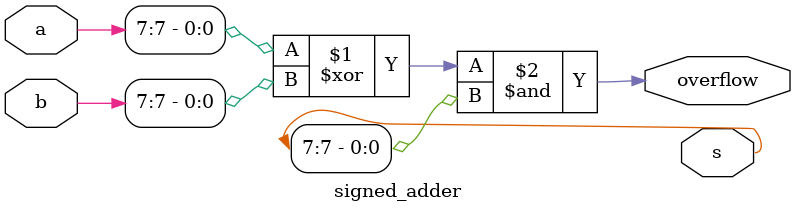
<source format=v>

module signed_adder(input [7:0] a,
    input [7:0] b,
    output [7:0] s,
    output overflow
); 

// The numbers a and b are added to the output s. 
// assign the occurence of the signed overflow of a and b to the output overflow.
// a signed overflow occurs if the most significant bits of a and b are low and the most significant bit of s is high
// a signed overflow may also occur if the most significant bits of a and b are high and the most significant bit of s is low



// The output s is equal to the sum of a and b.
// The output overflow is equal to the sign of the sum of a and b.

assign overflow = (a[7] ^ b[7]) & s[7]; 

endmodule

</source>
